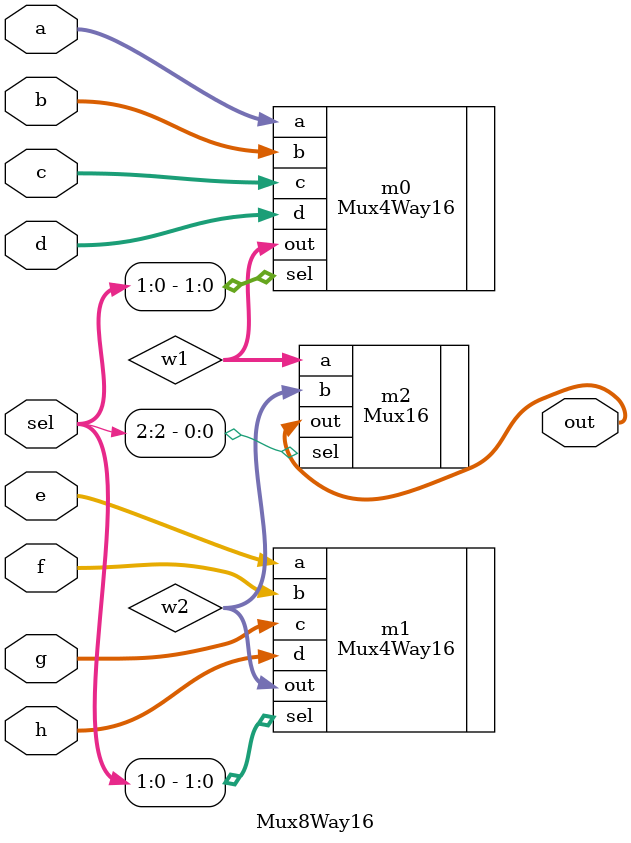
<source format=v>
/**
 * 16-bit multiplexor: 
 * for i = 0..15 out[i] = a[i] if sel == 0 
 *                        b[i] if sel == 1
 */

module Mux8Way16(
	input [15:0] a,
	input [15:0] b,
	input [15:0] c,
	input [15:0] d,
	input [15:0] e,
	input [15:0] f,
	input [15:0] g,
	input [15:0] h,
   	input [2:0] sel,
	output [15:0] out
);

  wire [15:0] w1,w2;

  Mux4Way16 m0(.a(a),.b(b),.c(c),.d(d),.sel(sel[1:0]),.out(w1));
  Mux4Way16 m1(.a(e),.b(f),.c(g),.d(h),.sel(sel[1:0]),.out(w2));
  Mux16 m2(.a(w1),.b(w2),.sel(sel[2]),.out(out));
endmodule

</source>
